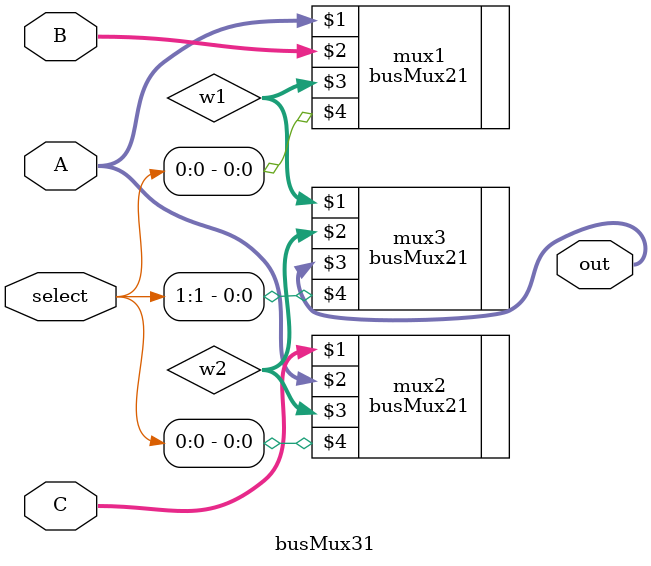
<source format=v>
`timescale 1 ps / 100 fs
module busMux31(A, B, C, out, select);
	input [31:0] A, B, C;
	input [1:0] select;
	output [31:0] out;
	wire[31:0] w1, w2;
	// if select = 00 choose A
	// if select = 01 choose B
	// if select = 10 choose C
	busMux21 mux1 (A, B, w1, select[0]);
	busMux21 mux2 (C, A, w2, select[0]);
	busMux21 mux3 (w1, w2, out, select[1]);
endmodule
	
</source>
